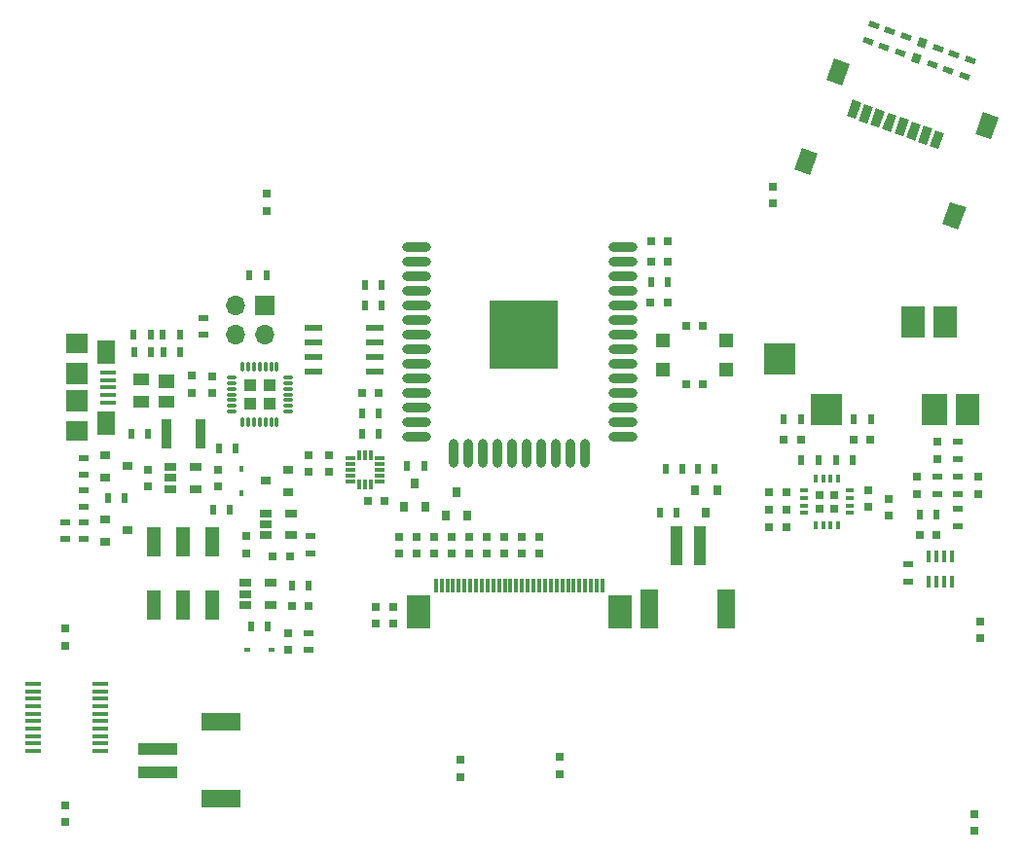
<source format=gbr>
G04 #@! TF.FileFunction,Paste,Bot*
%FSLAX46Y46*%
G04 Gerber Fmt 4.6, Leading zero omitted, Abs format (unit mm)*
G04 Created by KiCad (PCBNEW 4.0.6) date 06/27/17 19:22:01*
%MOMM*%
%LPD*%
G01*
G04 APERTURE LIST*
%ADD10C,0.100000*%
%ADD11R,1.700000X1.700000*%
%ADD12O,1.700000X1.700000*%
%ADD13R,0.500000X0.900000*%
%ADD14R,1.900000X1.900000*%
%ADD15R,1.350000X0.400000*%
%ADD16R,1.600000X2.100000*%
%ADD17R,1.900000X1.800000*%
%ADD18O,2.500000X0.900000*%
%ADD19O,0.900000X2.500000*%
%ADD20R,6.000000X6.000000*%
%ADD21R,0.750000X0.800000*%
%ADD22R,0.800000X0.750000*%
%ADD23R,0.450000X0.600000*%
%ADD24R,0.600000X0.450000*%
%ADD25R,3.500000X1.000000*%
%ADD26R,3.400000X1.500000*%
%ADD27R,0.900000X0.800000*%
%ADD28R,0.800000X0.900000*%
%ADD29R,0.900000X0.500000*%
%ADD30R,1.200000X2.500000*%
%ADD31R,1.060000X0.650000*%
%ADD32O,0.850000X0.300000*%
%ADD33O,0.300000X0.850000*%
%ADD34R,1.005000X1.005000*%
%ADD35R,1.550000X0.600000*%
%ADD36R,2.000000X3.000000*%
%ADD37R,0.300000X1.250000*%
%ADD38R,1.399540X1.198880*%
%ADD39R,1.399540X1.000760*%
%ADD40R,0.900000X2.500000*%
%ADD41R,1.450000X0.450000*%
%ADD42R,1.300000X1.300000*%
%ADD43R,0.800000X0.350000*%
%ADD44R,0.350000X0.800000*%
%ADD45R,0.750000X0.750000*%
%ADD46R,0.400000X1.060000*%
%ADD47R,2.800000X2.800000*%
%ADD48R,2.000000X2.800000*%
%ADD49R,2.200000X2.800000*%
%ADD50R,1.000000X3.500000*%
%ADD51R,1.500000X3.400000*%
%ADD52R,0.305000X0.813000*%
%ADD53R,0.813000X0.305000*%
G04 APERTURE END LIST*
D10*
G36*
X156747162Y-73978400D02*
X157431202Y-72099015D01*
X158793756Y-72594944D01*
X158109716Y-74474329D01*
X156747162Y-73978400D01*
X156747162Y-73978400D01*
G37*
G36*
X159585929Y-66178951D02*
X160269969Y-64299566D01*
X161632523Y-64795495D01*
X160948483Y-66674880D01*
X159585929Y-66178951D01*
X159585929Y-66178951D01*
G37*
G36*
X169667936Y-78681177D02*
X170351976Y-76801792D01*
X171714530Y-77297721D01*
X171030490Y-79177106D01*
X169667936Y-78681177D01*
X169667936Y-78681177D01*
G37*
G36*
X172506703Y-70881728D02*
X173190743Y-69002343D01*
X174553297Y-69498272D01*
X173869257Y-71377657D01*
X172506703Y-70881728D01*
X172506703Y-70881728D01*
G37*
G36*
X161324051Y-69312393D02*
X161837081Y-67902854D01*
X162588835Y-68176471D01*
X162075805Y-69586010D01*
X161324051Y-69312393D01*
X161324051Y-69312393D01*
G37*
G36*
X162357712Y-69688615D02*
X162870742Y-68279076D01*
X163622496Y-68552693D01*
X163109466Y-69962232D01*
X162357712Y-69688615D01*
X162357712Y-69688615D01*
G37*
G36*
X163391374Y-70064837D02*
X163904404Y-68655298D01*
X164656158Y-68928915D01*
X164143128Y-70338454D01*
X163391374Y-70064837D01*
X163391374Y-70064837D01*
G37*
G36*
X164425036Y-70441059D02*
X164938066Y-69031520D01*
X165689820Y-69305137D01*
X165176790Y-70714676D01*
X164425036Y-70441059D01*
X164425036Y-70441059D01*
G37*
G36*
X165458698Y-70817281D02*
X165971728Y-69407742D01*
X166723482Y-69681359D01*
X166210452Y-71090898D01*
X165458698Y-70817281D01*
X165458698Y-70817281D01*
G37*
G36*
X166492360Y-71193504D02*
X167005390Y-69783965D01*
X167757144Y-70057582D01*
X167244114Y-71467121D01*
X166492360Y-71193504D01*
X166492360Y-71193504D01*
G37*
G36*
X167526022Y-71569726D02*
X168039052Y-70160187D01*
X168790806Y-70433804D01*
X168277776Y-71843343D01*
X167526022Y-71569726D01*
X167526022Y-71569726D01*
G37*
G36*
X168559684Y-71945948D02*
X169072714Y-70536409D01*
X169824468Y-70810026D01*
X169311438Y-72219565D01*
X168559684Y-71945948D01*
X168559684Y-71945948D01*
G37*
D11*
X110744000Y-85852000D03*
D12*
X110744000Y-88392000D03*
X108204000Y-85852000D03*
X108204000Y-88392000D03*
D13*
X160384772Y-99312274D03*
X161884772Y-99312274D03*
D14*
X94383011Y-91741175D03*
X94383011Y-94141175D03*
D15*
X97058551Y-94242075D03*
X97058551Y-93592075D03*
X97058551Y-92942075D03*
X97058551Y-92292075D03*
X97058551Y-91642075D03*
D16*
X96933551Y-96042075D03*
X96933011Y-89842075D03*
D17*
X94383011Y-96741175D03*
X94383011Y-89141175D03*
D18*
X123888000Y-80692000D03*
X123888000Y-81962000D03*
X123888000Y-83232000D03*
X123888000Y-84502000D03*
X123888000Y-85772000D03*
X123888000Y-87042000D03*
X123888000Y-88312000D03*
X123888000Y-89582000D03*
X123888000Y-90852000D03*
X123888000Y-92122000D03*
X123888000Y-93392000D03*
X123888000Y-94662000D03*
X123888000Y-95932000D03*
X123888000Y-97202000D03*
D19*
X127173000Y-98692000D03*
X128443000Y-98692000D03*
X129713000Y-98692000D03*
X130983000Y-98692000D03*
X132253000Y-98692000D03*
X133523000Y-98692000D03*
X134793000Y-98692000D03*
X136063000Y-98692000D03*
X137333000Y-98692000D03*
X138603000Y-98692000D03*
D18*
X141888000Y-97202000D03*
X141888000Y-95932000D03*
X141888000Y-94662000D03*
X141888000Y-93392000D03*
X141888000Y-92122000D03*
X141888000Y-90852000D03*
X141888000Y-89582000D03*
X141888000Y-88312000D03*
X141888000Y-87042000D03*
X141888000Y-85772000D03*
X141888000Y-84502000D03*
X141888000Y-83232000D03*
X141888000Y-81962000D03*
X141888000Y-80692000D03*
D20*
X133188000Y-88392000D03*
D21*
X104394000Y-91948000D03*
X104394000Y-93448000D03*
X106172000Y-91960000D03*
X106172000Y-93460000D03*
X106680000Y-100088000D03*
X106680000Y-101588000D03*
X100584000Y-100088000D03*
X100584000Y-101588000D03*
D22*
X113042000Y-112014000D03*
X114542000Y-112014000D03*
X120650000Y-93472001D03*
X119150000Y-93472001D03*
X144296000Y-82042000D03*
X145796000Y-82042000D03*
X144284000Y-80264000D03*
X145784000Y-80264000D03*
X147344000Y-87630000D03*
X148844000Y-87630000D03*
X147332000Y-92710000D03*
X148832000Y-92710000D03*
X144272000Y-85598000D03*
X145772000Y-85598000D03*
D10*
G36*
X167599062Y-64835904D02*
X166894292Y-64579388D01*
X167167908Y-63827634D01*
X167872678Y-64084150D01*
X167599062Y-64835904D01*
X167599062Y-64835904D01*
G37*
G36*
X168112092Y-63426366D02*
X167407322Y-63169850D01*
X167680938Y-62418096D01*
X168385708Y-62674612D01*
X168112092Y-63426366D01*
X168112092Y-63426366D01*
G37*
D21*
X109085383Y-105913491D03*
X109085383Y-107413491D03*
X112776000Y-115812000D03*
X112776000Y-114312000D03*
D22*
X112883386Y-107679494D03*
X111383386Y-107679494D03*
D21*
X134620000Y-107442000D03*
X134620000Y-105942000D03*
X133096000Y-107430000D03*
X133096000Y-105930000D03*
X131572000Y-107430000D03*
X131572000Y-105930000D03*
X128524000Y-107442000D03*
X128524000Y-105942000D03*
X127000000Y-107442000D03*
X127000000Y-105942000D03*
X123952000Y-107442000D03*
X123952000Y-105942000D03*
X120396000Y-113526000D03*
X120396000Y-112026000D03*
X125476000Y-107430000D03*
X125476000Y-105930000D03*
X122428000Y-107442000D03*
X122428000Y-105942000D03*
X121920000Y-113526000D03*
X121920000Y-112026000D03*
X93345000Y-113931000D03*
X93345000Y-115431000D03*
X93345000Y-130810000D03*
X93345000Y-129310000D03*
X127762000Y-126849000D03*
X127762000Y-125349000D03*
X136398000Y-126607000D03*
X136398000Y-125107000D03*
X172466000Y-131560000D03*
X172466000Y-130060000D03*
X172974000Y-113296000D03*
X172974000Y-114796000D03*
D23*
X108712000Y-102142000D03*
X108712000Y-100042000D03*
D24*
X111286000Y-115824000D03*
X109186000Y-115824000D03*
D25*
X101384000Y-126428000D03*
X101384000Y-124428000D03*
D26*
X106934000Y-128778000D03*
X106934000Y-122078000D03*
D27*
X112760000Y-100142000D03*
X112760000Y-102042000D03*
X110760000Y-101092000D03*
D28*
X148148000Y-101870000D03*
X150048000Y-101870000D03*
X149098000Y-103870000D03*
D29*
X105410000Y-88380000D03*
X105410000Y-86880000D03*
D13*
X120638000Y-97028000D03*
X119138000Y-97028000D03*
X120638000Y-95250000D03*
X119138000Y-95250000D03*
X106692000Y-98298000D03*
X108192000Y-98298000D03*
X107684000Y-103632000D03*
X106184000Y-103632000D03*
X144296000Y-83820000D03*
X145796000Y-83820000D03*
D29*
X114554000Y-115812000D03*
X114554000Y-114312000D03*
D13*
X113042000Y-110236000D03*
X114542000Y-110236000D03*
X119392000Y-84074000D03*
X120892000Y-84074000D03*
X119404000Y-85852000D03*
X120904000Y-85852000D03*
X148348000Y-100076000D03*
X149848000Y-100076000D03*
X146558000Y-103886000D03*
X145058000Y-103886000D03*
D30*
X101092000Y-111926000D03*
X103592000Y-111926000D03*
X106092000Y-111926000D03*
X101092000Y-106426000D03*
X103592000Y-106426000D03*
X106092000Y-106426000D03*
D31*
X102532000Y-101788000D03*
X102532000Y-100838000D03*
X102532000Y-99888000D03*
X104732000Y-99888000D03*
X104732000Y-101788000D03*
D32*
X107810000Y-95062000D03*
X107810000Y-94562000D03*
X107810000Y-94062000D03*
X107810000Y-93562000D03*
X107810000Y-93062000D03*
X107810000Y-92562000D03*
X107810000Y-92062000D03*
D33*
X108760000Y-91112000D03*
X109260000Y-91112000D03*
X109760000Y-91112000D03*
X110260000Y-91112000D03*
X110760000Y-91112000D03*
X111260000Y-91112000D03*
X111760000Y-91112000D03*
D32*
X112710000Y-92062000D03*
X112710000Y-92562000D03*
X112710000Y-93062000D03*
X112710000Y-93562000D03*
X112710000Y-94062000D03*
X112710000Y-94562000D03*
X112710000Y-95062000D03*
D33*
X111760000Y-96012000D03*
X111260000Y-96012000D03*
X110760000Y-96012000D03*
X110260000Y-96012000D03*
X109760000Y-96012000D03*
X109260000Y-96012000D03*
X108760000Y-96012000D03*
D34*
X111097500Y-92724500D03*
X111097500Y-94399500D03*
X109422500Y-92724500D03*
X109422500Y-94399500D03*
D35*
X114902000Y-91567002D03*
X114902000Y-90297002D03*
X114902000Y-89027002D03*
X114902000Y-87757002D03*
X120302000Y-87757002D03*
X120302000Y-89027002D03*
X120302000Y-90297002D03*
X120302000Y-91567002D03*
D21*
X130048000Y-107442000D03*
X130048000Y-105942000D03*
D36*
X124042000Y-112522000D03*
X141617000Y-112522000D03*
D37*
X140077000Y-110197000D03*
X139577000Y-110197000D03*
X139082000Y-110197000D03*
X138582000Y-110197000D03*
X138082000Y-110197000D03*
X137582000Y-110197000D03*
X137082000Y-110197000D03*
X136582000Y-110197000D03*
X136082000Y-110197000D03*
X135582000Y-110197000D03*
X135082000Y-110197000D03*
X134582000Y-110197000D03*
X134082000Y-110197000D03*
X133582000Y-110197000D03*
X133082000Y-110197000D03*
X132582000Y-110197000D03*
X132082000Y-110197000D03*
X131582000Y-110197000D03*
X131082000Y-110197000D03*
X130582000Y-110197000D03*
X130082000Y-110197000D03*
X129582000Y-110197000D03*
X129082000Y-110197000D03*
X128582000Y-110197000D03*
X128082000Y-110197000D03*
X127582000Y-110197000D03*
X127082000Y-110197000D03*
X126582000Y-110197000D03*
X126082000Y-110197000D03*
X125582000Y-110197000D03*
D38*
X102191820Y-92448380D03*
D39*
X102191820Y-94167960D03*
X99992180Y-94167960D03*
X99992180Y-92268040D03*
D31*
X109052000Y-111882000D03*
X109052000Y-110932000D03*
X109052000Y-109982000D03*
X111252000Y-109982000D03*
X111252000Y-111882000D03*
X110779383Y-105835486D03*
X110779383Y-104885486D03*
X110779383Y-103935486D03*
X112979383Y-103935486D03*
X112979383Y-105835486D03*
D40*
X102182000Y-97028000D03*
X105082000Y-97028000D03*
D13*
X109498000Y-113792000D03*
X110998000Y-113792000D03*
D29*
X114673384Y-107413492D03*
X114673384Y-105913492D03*
D41*
X90522000Y-124591000D03*
X90522000Y-123941000D03*
X90522000Y-123291000D03*
X90522000Y-122641000D03*
X90522000Y-121991000D03*
X90522000Y-121341000D03*
X90522000Y-120691000D03*
X90522000Y-120041000D03*
X90522000Y-119391000D03*
X90522000Y-118741000D03*
X96422000Y-118741000D03*
X96422000Y-119391000D03*
X96422000Y-120041000D03*
X96422000Y-120691000D03*
X96422000Y-121341000D03*
X96422000Y-121991000D03*
X96422000Y-122641000D03*
X96422000Y-123291000D03*
X96422000Y-123941000D03*
X96422000Y-124591000D03*
D42*
X145376000Y-91440000D03*
X145376000Y-88840000D03*
X150876000Y-88840000D03*
X150876000Y-91440000D03*
D21*
X114554000Y-100318000D03*
X114554000Y-98818000D03*
X116332000Y-100330000D03*
X116332000Y-98830000D03*
D22*
X121146000Y-102870000D03*
X119646000Y-102870000D03*
X156054776Y-103630271D03*
X154554776Y-103630271D03*
X156054767Y-102106282D03*
X154554767Y-102106282D03*
D21*
X164956768Y-104126277D03*
X164956768Y-102626277D03*
D22*
X156054767Y-105154269D03*
X154554767Y-105154269D03*
D21*
X163178770Y-103364282D03*
X163178770Y-101864282D03*
D22*
X161908764Y-97534281D03*
X163408764Y-97534281D03*
X157324769Y-97534283D03*
X155824769Y-97534283D03*
D21*
X154940000Y-75462001D03*
X154940000Y-76962001D03*
X110871000Y-76097000D03*
X110871000Y-77597000D03*
D27*
X96806000Y-106360000D03*
X96806000Y-104460000D03*
X98806000Y-105410000D03*
X96806000Y-100772000D03*
X96806000Y-98872000D03*
X98806000Y-99822000D03*
D29*
X94996000Y-106160000D03*
X94996000Y-104660000D03*
D13*
X98552000Y-102616000D03*
X97052000Y-102616000D03*
D29*
X94996000Y-100572000D03*
X94996000Y-99072000D03*
D13*
X100572000Y-97028000D03*
X99072000Y-97028000D03*
X161920763Y-95756281D03*
X163420763Y-95756281D03*
X157324767Y-95756283D03*
X155824767Y-95756283D03*
X158848774Y-99312278D03*
X157348774Y-99312278D03*
D43*
X161590771Y-101934283D03*
X161590771Y-102584283D03*
X161590771Y-103234283D03*
X161590771Y-103884283D03*
D44*
X160565771Y-104909283D03*
X159915771Y-104909283D03*
X159265771Y-104909283D03*
X158615771Y-104909283D03*
D43*
X157590771Y-103884283D03*
X157590771Y-103234283D03*
X157590771Y-102584283D03*
X157590771Y-101934283D03*
D44*
X158615771Y-100909283D03*
X159265771Y-100909283D03*
X159915771Y-100909283D03*
X160565771Y-100909283D03*
D45*
X158965771Y-103534283D03*
X158965771Y-102284283D03*
X160215771Y-103534283D03*
X160215771Y-102284283D03*
D21*
X169176730Y-97698210D03*
X169176730Y-99198210D03*
D22*
X167664740Y-105802213D03*
X169164740Y-105802213D03*
D21*
X172732733Y-102246214D03*
X172732733Y-100746214D03*
X167398729Y-100734214D03*
X167398729Y-102234214D03*
D29*
X170954728Y-100734212D03*
X170954728Y-102234212D03*
X170954737Y-105028209D03*
X170954737Y-103528209D03*
X169176734Y-102246207D03*
X169176734Y-100746207D03*
D13*
X167664736Y-104024212D03*
X169164736Y-104024212D03*
D29*
X170954736Y-97686209D03*
X170954736Y-99186209D03*
X166636731Y-109842208D03*
X166636731Y-108342208D03*
D46*
X168486732Y-107666213D03*
X169136732Y-107666213D03*
X169796732Y-107666213D03*
X170446732Y-107666213D03*
X170446732Y-109866213D03*
X169796732Y-109866213D03*
X169136732Y-109866213D03*
X168486732Y-109866213D03*
D47*
X155494000Y-90436000D03*
D48*
X167094000Y-87286000D03*
X169894000Y-87286000D03*
D47*
X159594000Y-94886000D03*
D49*
X168994000Y-94886000D03*
D48*
X171794000Y-94886000D03*
D50*
X146526000Y-106718000D03*
X148526000Y-106718000D03*
D51*
X144176000Y-112268000D03*
X150876000Y-112268000D03*
D13*
X100838000Y-89916000D03*
X99338000Y-89916000D03*
X103378000Y-89916000D03*
X101878000Y-89916000D03*
X100814000Y-88392000D03*
X99314000Y-88392000D03*
X103354000Y-88392000D03*
X101854000Y-88392000D03*
X109371000Y-83185000D03*
X110871000Y-83185000D03*
D10*
G36*
X171750158Y-64057399D02*
X172595882Y-64365217D01*
X172424872Y-64835063D01*
X171579148Y-64527245D01*
X171750158Y-64057399D01*
X171750158Y-64057399D01*
G37*
G36*
X171237128Y-65466937D02*
X172082852Y-65774755D01*
X171911842Y-66244601D01*
X171066118Y-65936783D01*
X171237128Y-65466937D01*
X171237128Y-65466937D01*
G37*
G36*
X170353158Y-63549399D02*
X171198882Y-63857217D01*
X171027872Y-64327063D01*
X170182148Y-64019245D01*
X170353158Y-63549399D01*
X170353158Y-63549399D01*
G37*
G36*
X169840128Y-64958937D02*
X170685852Y-65266755D01*
X170514842Y-65736601D01*
X169669118Y-65428783D01*
X169840128Y-64958937D01*
X169840128Y-64958937D01*
G37*
G36*
X168956158Y-63041399D02*
X169801882Y-63349217D01*
X169630872Y-63819063D01*
X168785148Y-63511245D01*
X168956158Y-63041399D01*
X168956158Y-63041399D01*
G37*
G36*
X168443128Y-64450937D02*
X169288852Y-64758755D01*
X169117842Y-65228601D01*
X168272118Y-64920783D01*
X168443128Y-64450937D01*
X168443128Y-64450937D01*
G37*
G36*
X166162158Y-62025399D02*
X167007882Y-62333217D01*
X166836872Y-62803063D01*
X165991148Y-62495245D01*
X166162158Y-62025399D01*
X166162158Y-62025399D01*
G37*
G36*
X165649128Y-63434937D02*
X166494852Y-63742755D01*
X166323842Y-64212601D01*
X165478118Y-63904783D01*
X165649128Y-63434937D01*
X165649128Y-63434937D01*
G37*
G36*
X164765158Y-61517399D02*
X165610882Y-61825217D01*
X165439872Y-62295063D01*
X164594148Y-61987245D01*
X164765158Y-61517399D01*
X164765158Y-61517399D01*
G37*
G36*
X164252128Y-62926937D02*
X165097852Y-63234755D01*
X164926842Y-63704601D01*
X164081118Y-63396783D01*
X164252128Y-62926937D01*
X164252128Y-62926937D01*
G37*
G36*
X163368158Y-61009399D02*
X164213882Y-61317217D01*
X164042872Y-61787063D01*
X163197148Y-61479245D01*
X163368158Y-61009399D01*
X163368158Y-61009399D01*
G37*
G36*
X162855128Y-62418937D02*
X163700852Y-62726755D01*
X163529842Y-63196601D01*
X162684118Y-62888783D01*
X162855128Y-62418937D01*
X162855128Y-62418937D01*
G37*
D29*
X93345000Y-104660000D03*
X93345000Y-106160000D03*
X94996000Y-103366000D03*
X94996000Y-101866000D03*
D13*
X147054000Y-100076000D03*
X145554000Y-100076000D03*
D52*
X119438000Y-98859000D03*
X119938000Y-98859000D03*
X118938000Y-98859000D03*
X118938000Y-101409000D03*
X119938000Y-101409000D03*
X119438000Y-101409000D03*
D53*
X118163000Y-100134000D03*
X118163000Y-100634000D03*
X118163000Y-101134000D03*
X118163000Y-99634000D03*
X118163000Y-99134000D03*
X120713000Y-99134000D03*
X120713000Y-99634000D03*
X120713000Y-101134000D03*
X120713000Y-100634000D03*
X120713000Y-100134000D03*
D28*
X128333500Y-104076500D03*
X126433500Y-104076500D03*
X127383500Y-102076500D03*
X124711500Y-103298500D03*
X122811500Y-103298500D03*
X123761500Y-101298500D03*
D13*
X123075000Y-99758500D03*
X124575000Y-99758500D03*
M02*

</source>
